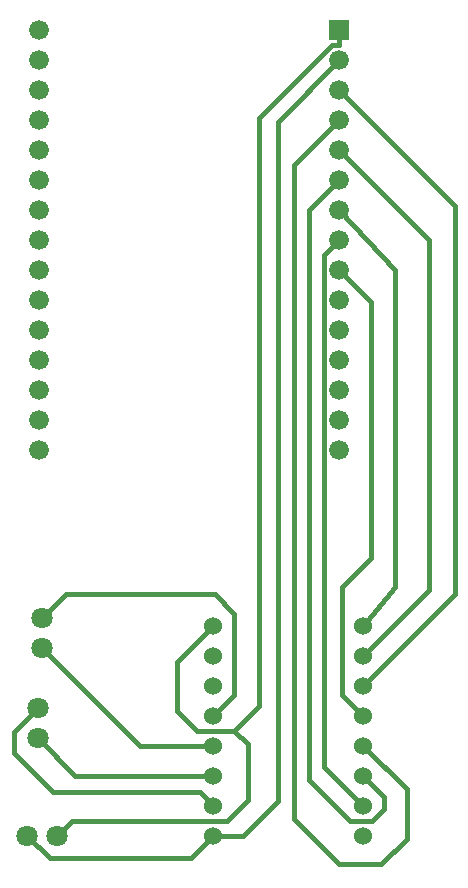
<source format=gtl>
G04 Layer: TopLayer*
G04 EasyEDA v6.5.42, 2024-03-11 14:09:06*
G04 b8cecfdee2c84d74be12d37f40f4119a,807727dff0ce494184415f470db24245,10*
G04 Gerber Generator version 0.2*
G04 Scale: 100 percent, Rotated: No, Reflected: No *
G04 Dimensions in millimeters *
G04 leading zeros omitted , absolute positions ,4 integer and 5 decimal *
%FSLAX45Y45*%
%MOMM*%

%ADD10C,0.4000*%
%ADD11C,1.6764*%
%ADD12R,1.6764X1.6764*%
%ADD13C,1.8000*%
%ADD14C,1.5240*%

%LPD*%
D10*
X4089400Y1231900D02*
G01*
X4457700Y863600D01*
X4457700Y444500D01*
X4241800Y228600D01*
X3886200Y228600D01*
X3505200Y609600D01*
X3505200Y6146800D01*
X3886200Y6527800D01*
X4089400Y977900D02*
G01*
X4267200Y800100D01*
X4267200Y698500D01*
X4165600Y596900D01*
X3975100Y596900D01*
X3632200Y939800D01*
X3632200Y5765800D01*
X3886200Y6019800D01*
X2819400Y1485900D02*
G01*
X2997200Y1663700D01*
X2997200Y2349500D01*
X2832100Y2514600D01*
X1574800Y2514600D01*
X1371600Y2311400D01*
X2819400Y469900D02*
G01*
X2628900Y279400D01*
X1435100Y279400D01*
X1244600Y469900D01*
X2819400Y723900D02*
G01*
X2705100Y838200D01*
X1460500Y838200D01*
X1130300Y1168400D01*
X1130300Y1346200D01*
X1333500Y1549400D01*
X1498600Y469900D02*
G01*
X1625600Y596900D01*
X2933700Y596900D01*
X3111500Y774700D01*
X3111500Y1244600D01*
X2997200Y1358900D01*
X2867406Y1358900D01*
X3886200Y7165847D02*
G01*
X3824224Y7165847D01*
X3205479Y6547104D01*
X3205479Y1567179D01*
X2997200Y1358900D01*
X2867406Y1358900D01*
X2867406Y1358900D02*
G01*
X2679700Y1358900D01*
X2514600Y1524000D01*
X2514600Y1943100D01*
X2819400Y2247900D01*
X3886200Y7035800D02*
G01*
X3365500Y6515100D01*
X3365500Y762000D01*
X3073400Y469900D01*
X2819400Y469900D01*
X4089400Y1739900D02*
G01*
X4864100Y2514600D01*
X4864100Y5803900D01*
X3886200Y6781800D01*
X4089400Y1485900D02*
G01*
X3911600Y1663700D01*
X3911600Y2578100D01*
X4152900Y2819400D01*
X4152900Y4991100D01*
X3886200Y5257800D01*
X4089400Y1993900D02*
G01*
X4648200Y2552700D01*
X4648200Y5511800D01*
X3886200Y6273800D01*
X4089400Y2247900D02*
G01*
X4356100Y2578100D01*
X4356100Y5257800D01*
X3886200Y5765800D01*
X2819402Y977897D02*
G01*
X1651002Y977897D01*
X1333502Y1295397D01*
X2819402Y1231897D02*
G01*
X2197102Y1231897D01*
X1371602Y2057397D01*
X3886202Y7289797D02*
G01*
X3886202Y7165921D01*
X3886202Y5511797D02*
G01*
X3759634Y5385229D01*
X3759634Y1053665D01*
X4089402Y723897D01*
D11*
G01*
X1346200Y7289800D03*
G01*
X1346200Y7035800D03*
G01*
X1346200Y6781800D03*
G01*
X1346200Y6527800D03*
G01*
X1346200Y6273800D03*
G01*
X1346200Y6019800D03*
G01*
X1346200Y5765800D03*
G01*
X1346200Y5511800D03*
G01*
X1346200Y5257800D03*
G01*
X1346200Y5003800D03*
G01*
X1346200Y4749800D03*
G01*
X1346200Y4495800D03*
G01*
X1346200Y4241800D03*
G01*
X1346200Y3987800D03*
G01*
X1346200Y3733800D03*
G01*
X3886200Y3733800D03*
G01*
X3886200Y3987800D03*
G01*
X3886200Y4241800D03*
G01*
X3886200Y4495800D03*
G01*
X3886200Y4749800D03*
G01*
X3886200Y5003800D03*
G01*
X3886200Y5257800D03*
G01*
X3886200Y5511800D03*
G01*
X3886200Y5765800D03*
G01*
X3886200Y6019800D03*
G01*
X3886200Y6273800D03*
G01*
X3886200Y6527800D03*
G01*
X3886200Y6781800D03*
G01*
X3886200Y7035800D03*
D12*
G01*
X3886200Y7289800D03*
D13*
G01*
X1371600Y2311400D03*
G01*
X1371600Y2057400D03*
G01*
X1333500Y1549400D03*
G01*
X1333500Y1295400D03*
G01*
X1244600Y469900D03*
G01*
X1498600Y469900D03*
D14*
G01*
X4089400Y1739900D03*
G01*
X4089400Y1993900D03*
G01*
X4089400Y2247900D03*
G01*
X4089400Y1485900D03*
G01*
X4089400Y1231900D03*
G01*
X4089400Y977900D03*
G01*
X4089400Y723900D03*
G01*
X4089400Y469900D03*
G01*
X2819400Y469900D03*
G01*
X2819400Y723900D03*
G01*
X2819400Y977900D03*
G01*
X2819400Y1231900D03*
G01*
X2819400Y1485900D03*
G01*
X2819400Y1739900D03*
G01*
X2819400Y1993900D03*
G01*
X2819400Y2247900D03*
M02*

</source>
